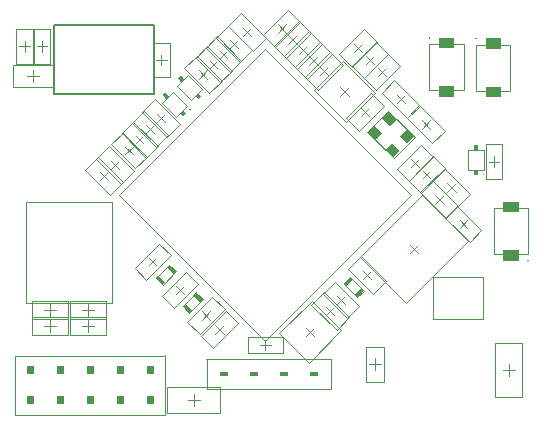
<source format=gbr>
G04*
G04 #@! TF.GenerationSoftware,Altium Limited,Altium Designer,24.0.1 (36)*
G04*
G04 Layer_Color=32768*
%FSLAX25Y25*%
%MOIN*%
G70*
G04*
G04 #@! TF.SameCoordinates,BD3E70BB-0697-4B71-9AF7-6C14A59E7EE9*
G04*
G04*
G04 #@! TF.FilePolarity,Positive*
G04*
G01*
G75*
%ADD15C,0.00600*%
%ADD115C,0.00394*%
%ADD118C,0.00197*%
%ADD119C,0.00200*%
G36*
X163968Y135841D02*
X163968Y135645D01*
X163830Y135507D01*
X163732D01*
X163634Y135507D01*
X163496Y135645D01*
Y135841D01*
X163634Y135979D01*
X163830D01*
X163968Y135841D01*
D02*
G37*
G36*
X179468Y135741D02*
X179468Y135545D01*
X179330Y135407D01*
X179232D01*
X179134Y135407D01*
X178996Y135545D01*
Y135741D01*
X179134Y135879D01*
X179330D01*
X179468Y135741D01*
D02*
G37*
G36*
X172059Y132199D02*
X166941D01*
Y135742D01*
X172059D01*
Y132199D01*
D02*
G37*
G36*
X187559Y132099D02*
X182441D01*
Y135643D01*
X187559D01*
Y132099D01*
D02*
G37*
G36*
X81595Y122397D02*
X81595D01*
X81929Y122063D01*
X81038Y121172D01*
X80732Y121478D01*
X80732Y121478D01*
X79896Y122313D01*
X80787Y123204D01*
X81595Y122397D01*
D02*
G37*
G36*
X89347Y117706D02*
X89347Y117510D01*
X89278Y117441D01*
X89209Y117372D01*
X89013Y117372D01*
X88875Y117510D01*
X88875Y117706D01*
X88944Y117775D01*
X89013Y117844D01*
X89209D01*
X89347Y117706D01*
D02*
G37*
G36*
X172059Y116058D02*
X166941D01*
Y119601D01*
X172059D01*
Y116058D01*
D02*
G37*
G36*
X187559Y115957D02*
X182441D01*
Y119501D01*
X187559D01*
Y115957D01*
D02*
G37*
G36*
X76480Y116712D02*
D01*
X76492Y116699D01*
X76508Y116684D01*
D01*
X76814Y116378D01*
X75923Y115487D01*
X75617Y115793D01*
D01*
X75597Y115813D01*
X75589Y115821D01*
D01*
X74781Y116628D01*
X75672Y117519D01*
X76480Y116712D01*
D02*
G37*
G36*
X86912Y117079D02*
D01*
X87747Y116244D01*
X86856Y115353D01*
X86049Y116161D01*
X86049Y116161D01*
X85715Y116495D01*
X86606Y117386D01*
X86912Y117079D01*
D02*
G37*
G36*
X84094Y112159D02*
X84232Y112021D01*
Y111825D01*
X84163Y111756D01*
X84094Y111687D01*
X83898D01*
X83760Y111825D01*
X83760Y112021D01*
X83829Y112090D01*
X83898Y112159D01*
X84094Y112159D01*
D02*
G37*
G36*
X81825Y111367D02*
D01*
X82632Y110559D01*
X81741Y109669D01*
X80934Y110476D01*
D01*
X80600Y110810D01*
X81491Y111701D01*
X81825Y111367D01*
D02*
G37*
G36*
X152780Y108646D02*
X150553Y106419D01*
X148047Y108924D01*
X150275Y111152D01*
X152780Y108646D01*
D02*
G37*
G36*
X159005Y102760D02*
X159143Y102622D01*
Y102426D01*
X159074Y102357D01*
X159005Y102288D01*
X158809D01*
X158671Y102426D01*
Y102622D01*
X158740Y102691D01*
X158809Y102760D01*
X159005Y102760D01*
D02*
G37*
G36*
X148053Y103918D02*
X145826Y101691D01*
X143320Y104197D01*
X145547Y106424D01*
X148053Y103918D01*
D02*
G37*
G36*
X158626Y102800D02*
X156399Y100573D01*
X153894Y103078D01*
X156121Y105305D01*
X158626Y102800D01*
D02*
G37*
G36*
X179930Y98799D02*
D01*
Y98326D01*
X178670Y98326D01*
X178670Y98759D01*
X178670D01*
Y99940D01*
X179930D01*
X179930Y98799D01*
D02*
G37*
G36*
X153899Y98072D02*
X151672Y95845D01*
X149166Y98351D01*
X151393Y100578D01*
X153899Y98072D01*
D02*
G37*
G36*
X179930Y91240D02*
Y90098D01*
X178670Y90098D01*
Y91279D01*
X178670D01*
X178670Y91712D01*
X179930D01*
Y91240D01*
D02*
G37*
G36*
X182095Y90196D02*
Y90000D01*
X181957Y89862D01*
X181761D01*
X181623Y90000D01*
Y90196D01*
X181761Y90334D01*
X181957D01*
X182095Y90196D01*
D02*
G37*
G36*
X193459Y77599D02*
X188341D01*
Y81142D01*
X193459D01*
Y77599D01*
D02*
G37*
G36*
Y61458D02*
X188341D01*
Y65001D01*
X193459D01*
Y61458D01*
D02*
G37*
G36*
X196904Y61555D02*
Y61359D01*
X196766Y61221D01*
X196570D01*
X196432Y61359D01*
X196432Y61555D01*
X196570Y61693D01*
X196668D01*
X196766Y61693D01*
X196904Y61555D01*
D02*
G37*
G36*
X79232Y57925D02*
X78397Y57089D01*
X76170Y59316D01*
X77005Y60152D01*
X79232Y57925D01*
D02*
G37*
G36*
X74964Y53618D02*
X74964Y53618D01*
D01*
X74964Y53618D01*
D02*
G37*
G36*
X75633Y54286D02*
X74964Y53618D01*
X74964D01*
X74964D01*
X75029Y53548D01*
X75025Y53358D01*
X74890Y53224D01*
X74700Y53220D01*
X74631Y53284D01*
X74566Y53354D01*
X74570Y53544D01*
X74637Y53611D01*
X72570Y55678D01*
X73405Y56513D01*
X75633Y54286D01*
D02*
G37*
G36*
X138211Y55097D02*
X135984Y52870D01*
X135148Y53705D01*
X137375Y55932D01*
X138211Y55097D01*
D02*
G37*
G36*
X141682Y51664D02*
X141682D01*
Y51664D01*
D01*
X141752Y51729D01*
X141942Y51725D01*
X142076Y51590D01*
X142080Y51400D01*
X142016Y51331D01*
X141946Y51266D01*
X141756Y51270D01*
X141689Y51337D01*
X139622Y49270D01*
X138787Y50105D01*
X141014Y52333D01*
X141682Y51664D01*
D02*
G37*
G36*
X86070Y50916D02*
X86134Y50846D01*
X86130Y50656D01*
X86063Y50589D01*
X88130Y48522D01*
X87295Y47687D01*
X85067Y49914D01*
X85736Y50582D01*
Y50582D01*
X85736Y50582D01*
Y50582D01*
D01*
X85671Y50652D01*
X85675Y50842D01*
X85810Y50976D01*
X86000Y50980D01*
X86070Y50916D01*
D02*
G37*
G36*
X84530Y44883D02*
X83695Y44048D01*
X81468Y46275D01*
X82303Y47111D01*
X84530Y44883D01*
D02*
G37*
G36*
X75936Y29941D02*
X75936Y29843D01*
X75936Y29745D01*
X75798Y29607D01*
X75602Y29606D01*
X75464Y29745D01*
X75464Y29842D01*
X75464Y29940D01*
X75602Y30079D01*
X75798Y30079D01*
X75936Y29941D01*
D02*
G37*
G36*
X89665Y28780D02*
X89803Y28641D01*
X89803Y28543D01*
X89803Y28446D01*
X89665Y28307D01*
X89469Y28307D01*
X89331Y28446D01*
X89331Y28544D01*
X89331Y28641D01*
X89469Y28780D01*
X89665Y28780D01*
D02*
G37*
G36*
X71960Y23740D02*
X69440D01*
Y26260D01*
X71960D01*
Y23740D01*
D02*
G37*
G36*
X61960D02*
X59440Y23740D01*
Y26260D01*
X61960D01*
Y23740D01*
D02*
G37*
G36*
X51960D02*
X49440D01*
Y26260D01*
X51960D01*
Y23740D01*
D02*
G37*
G36*
X41960Y23740D02*
X39440Y23740D01*
Y26260D01*
X41960D01*
Y23740D01*
D02*
G37*
G36*
X31960Y23740D02*
X29440D01*
Y26260D01*
X31960D01*
Y23740D01*
D02*
G37*
G36*
X126496Y23031D02*
X123976D01*
Y24213D01*
X126496D01*
Y23031D01*
D02*
G37*
G36*
X116496D02*
X113976D01*
Y24213D01*
X116496D01*
Y23031D01*
D02*
G37*
G36*
X106496D02*
X103976D01*
Y24213D01*
X106496D01*
Y23031D01*
D02*
G37*
G36*
X96496D02*
X93976D01*
Y24213D01*
X96496D01*
Y23031D01*
D02*
G37*
G36*
X71960Y13740D02*
X69440D01*
Y16260D01*
X71960D01*
Y13740D01*
D02*
G37*
G36*
X61960D02*
X59440D01*
Y16260D01*
X61960Y16260D01*
Y13740D01*
D02*
G37*
G36*
X51960D02*
X49440D01*
Y16260D01*
X51960D01*
Y13740D01*
D02*
G37*
G36*
X41960Y16260D02*
Y13740D01*
X39440D01*
Y16260D01*
X41960Y16260D01*
D02*
G37*
G36*
X31960Y13740D02*
X29440D01*
Y16260D01*
X31960D01*
Y13740D01*
D02*
G37*
D15*
X38550Y117142D02*
X45650D01*
X64950D01*
X45650Y139979D02*
X64950Y139979D01*
X38550Y139979D02*
X45650D01*
X38550D02*
X38550Y117142D01*
X64950D02*
X72050D01*
Y139979D01*
X64950Y139979D02*
X72050Y139979D01*
D115*
X97347Y134953D02*
X99853Y132447D01*
X97347D02*
X99853Y134953D01*
X90547Y128153D02*
X93053Y125647D01*
X90547Y125647D02*
X93053Y128153D01*
X129308Y45992D02*
X132092Y43208D01*
X129308Y43208D02*
X132092Y45992D01*
X122608Y36308D02*
X125392Y39092D01*
X122608D02*
X125392Y36308D01*
X92408Y37108D02*
X95192Y39892D01*
X92408D02*
X95192Y37108D01*
X85200Y13131D02*
Y17068D01*
X83232Y15100D02*
X87169D01*
X185300Y92700D02*
Y96243D01*
X183528Y94472D02*
X187072D01*
X157208Y66692D02*
X159992Y63908D01*
X157208Y63908D02*
X159992Y66692D01*
X134008Y119292D02*
X136792Y116508D01*
X134008D02*
X136792Y119292D01*
X165708Y80408D02*
X168492Y83192D01*
X165708Y83192D02*
X168492Y80408D01*
X157705Y92805D02*
X160210Y95310D01*
X157705D02*
X160210Y92805D01*
X161235Y105481D02*
X164019Y108265D01*
X161235Y108265D02*
X164019Y105481D01*
X152781Y113935D02*
X155565Y116719D01*
X152781Y116719D02*
X155565Y113935D01*
X93847Y128947D02*
X96353Y131453D01*
X93847D02*
X96353Y128947D01*
X86942Y124858D02*
X89726Y122074D01*
X86942Y122074D02*
X89726Y124858D01*
X72628Y128400D02*
X76172D01*
X74400Y126628D02*
Y130172D01*
X31700Y121132D02*
Y125068D01*
X29732Y123100D02*
X33669Y123100D01*
X32828Y132872D02*
X36372D01*
X34600Y134643D02*
X34600Y131100D01*
X27028Y132886D02*
X30572D01*
X28800Y131114D02*
Y134658D01*
X49950Y43132D02*
X49950Y47069D01*
X47981Y45100D02*
X51918D01*
X49950Y41668D02*
X49950Y37732D01*
X47981Y39700D02*
X51918D01*
X37300Y37732D02*
Y41668D01*
X35331Y39700D02*
X39268D01*
X37300Y43132D02*
Y47069D01*
X35331Y45100D02*
X39268D01*
X145500Y24931D02*
Y28868D01*
X143532Y26900D02*
X147468D01*
X188232Y25000D02*
X192168D01*
X190200Y23031D02*
Y26969D01*
X173805Y74995D02*
X176310Y72490D01*
X173805D02*
X176310Y74995D01*
X161547Y88947D02*
X164053Y91453D01*
X161547D02*
X164053Y88947D01*
X169708Y87192D02*
X172492Y84408D01*
X169708Y84408D02*
X172492Y87192D01*
X140835Y112419D02*
X143619Y109635D01*
X140835D02*
X143619Y112419D01*
X142747Y127147D02*
X145253Y129653D01*
X142747D02*
X145253Y127147D01*
X87908Y44592D02*
X90692Y41808D01*
X87908D02*
X90692Y44592D01*
X107328Y33400D02*
X110872D01*
X109100Y31628D02*
Y35172D01*
X132947Y49553D02*
X135453Y47047D01*
X132947D02*
X135453Y49553D01*
X79347Y50447D02*
X81853Y52953D01*
X79347D02*
X81853Y50447D01*
X70247Y59847D02*
X72753Y62353D01*
X70247D02*
X72753Y59847D01*
X141608Y55208D02*
X144392Y57992D01*
X141608Y57992D02*
X144392Y55208D01*
X101508Y136308D02*
X104292Y139092D01*
X101508Y139092D02*
X104292Y136308D01*
X62381Y96914D02*
X64886Y99419D01*
X62381D02*
X64886Y96914D01*
X72911Y110389D02*
X75695Y107605D01*
X72911Y107605D02*
X75695Y110389D01*
X65881Y100514D02*
X68387Y103019D01*
X65881D02*
X68386Y100514D01*
X69381Y104014D02*
X71886Y106519D01*
X69381D02*
X71886Y104014D01*
X138608Y133792D02*
X141392Y131008D01*
X138608D02*
X141392Y133792D01*
X146747Y123147D02*
X149253Y125653D01*
X146747D02*
X149253Y123147D01*
X116681Y133781D02*
X119465Y136565D01*
X116681D02*
X119465Y133781D01*
X113108Y137408D02*
X115892Y140192D01*
X113108D02*
X115892Y137408D01*
X120181Y130281D02*
X122965Y133065D01*
X120181D02*
X122965Y130281D01*
X127208Y126092D02*
X129992Y123308D01*
X127208D02*
X129992Y126092D01*
X123708Y126808D02*
X126492Y129592D01*
X123708D02*
X126492Y126808D01*
X57508Y92008D02*
X60292Y94792D01*
X57508Y94792D02*
X60292Y92008D01*
X53808Y88208D02*
X56592Y90992D01*
X53808Y90992D02*
X56592Y88208D01*
D118*
X100688Y127715D02*
X104585Y131612D01*
X92615Y135788D02*
X96512Y139685D01*
X92615Y135788D02*
X100688Y127715D01*
X96512Y139685D02*
X104585Y131612D01*
X93888Y120915D02*
X97785Y124812D01*
X85815Y128988D02*
X89712Y132885D01*
X85815Y128988D02*
X93888Y120915D01*
X89712Y132885D02*
X97785Y124812D01*
X132788Y38336D02*
X136964Y42512D01*
X124436Y46688D02*
X128612Y50864D01*
X124436Y46688D02*
X132788Y38336D01*
X128612Y50864D02*
X136964Y42512D01*
X124487Y47931D02*
X134231Y38187D01*
X113769Y37213D02*
X123513Y27469D01*
X134231Y38187D01*
X113769Y37213D02*
X124487Y47931D01*
X109000Y34821D02*
X157579Y83400D01*
X60421D02*
X109000Y34821D01*
X60421Y83400D02*
X109000Y131979D01*
X157579Y83400D01*
X181468Y42112D02*
Y56088D01*
X164932D02*
X181468D01*
X164932Y42112D02*
Y56088D01*
Y42112D02*
X181468D01*
X29407Y47269D02*
Y80931D01*
X57793Y80931D01*
Y47269D02*
Y80931D01*
X29407Y47269D02*
X57793D01*
X87536Y36412D02*
X91712Y32236D01*
X95888Y44764D02*
X100064Y40588D01*
X87536Y36412D02*
X95888Y44764D01*
X91712Y32236D02*
X100064Y40588D01*
X76342Y10769D02*
X94058D01*
X76342Y19431D02*
X94058D01*
Y10769D02*
Y19431D01*
X76342Y10769D02*
Y19431D01*
X182544Y88763D02*
X188056D01*
X182544Y100180D02*
X188056D01*
X182544Y88763D02*
Y100180D01*
X188056Y88763D02*
Y100180D01*
X155955Y47344D02*
X176556Y67945D01*
X140644Y62655D02*
X161245Y83256D01*
X176556Y67945D01*
X140644Y62655D02*
X155955Y47344D01*
X125169Y118387D02*
X134913Y128131D01*
X135887Y107669D02*
X145631Y117413D01*
X134913Y128131D02*
X145631Y117413D01*
X125169Y118387D02*
X135887Y107669D01*
X165012Y88064D02*
X173364Y79712D01*
X160836Y83888D02*
X169188Y75536D01*
X160836Y83888D02*
X165012Y88064D01*
X169188Y75536D02*
X173364Y79712D01*
X152972Y91970D02*
X156870Y88072D01*
X161045Y100043D02*
X164943Y96145D01*
X152972Y91970D02*
X161045Y100043D01*
X156870Y88072D02*
X164943Y96145D01*
X156363Y108961D02*
X164715Y100609D01*
X160539Y113137D02*
X168891Y104785D01*
X164715Y100609D02*
X168891Y104785D01*
X156363Y108961D02*
X160539Y113137D01*
X147909Y117415D02*
X156261Y109063D01*
X152085Y121591D02*
X160437Y113239D01*
X156261Y109063D02*
X160437Y113239D01*
X147909Y117415D02*
X152085Y121591D01*
X93012Y136185D02*
X101085Y128112D01*
X89115Y132288D02*
X97188Y124215D01*
X89115Y132288D02*
X93012Y136185D01*
X97188Y124215D02*
X101085Y128112D01*
X82070Y125554D02*
X86246Y129730D01*
X90422Y117203D02*
X94597Y121378D01*
X86246Y129730D02*
X94597Y121378D01*
X82070Y125554D02*
X90422Y117203D01*
X71644Y122691D02*
X71644Y134109D01*
X77156Y134109D02*
X77156Y122691D01*
X71644Y122691D02*
X77156Y122691D01*
X71644Y134109D02*
X77156Y134109D01*
X25007Y126840D02*
X38393D01*
X25007Y119360D02*
X38393Y119360D01*
X25007Y126840D02*
X25007Y119360D01*
X38393Y119360D02*
Y126840D01*
X37356Y127163D02*
X37356Y138580D01*
X31844Y127163D02*
X31844Y138580D01*
X37356D01*
X31844Y127163D02*
X37356D01*
X31556Y127177D02*
Y138594D01*
X26044Y127177D02*
Y138594D01*
X31556D01*
X26044Y127177D02*
X31556D01*
X44044Y48053D02*
X55855D01*
X44044Y42147D02*
X55855D01*
X44044D02*
X44044Y48053D01*
X55855Y42147D02*
Y48053D01*
X44044Y42653D02*
X55855D01*
X44044Y36747D02*
X55855D01*
X44044D02*
Y42653D01*
X55855Y36747D02*
Y42653D01*
X31394Y36747D02*
X43205D01*
X31394Y42653D02*
X43205D01*
Y36747D02*
Y42653D01*
X31394Y36747D02*
Y42653D01*
Y42147D02*
X43205D01*
X31394Y48053D02*
X43205D01*
X43205Y42147D02*
X43205Y48053D01*
X31394Y42147D02*
X31394Y48053D01*
X142547Y20994D02*
X148453D01*
X142547Y32805D02*
X148453Y32805D01*
X142547Y20994D02*
Y32805D01*
X148453Y20994D02*
Y32805D01*
X194728Y15945D02*
Y34055D01*
X185672Y15945D02*
Y34055D01*
X194728D01*
X185672Y15945D02*
X194728D01*
X177145Y67757D02*
X181043Y71655D01*
X169072Y75830D02*
X172970Y79728D01*
X169072Y75830D02*
X177145Y67757D01*
X172970Y79728D02*
X181043Y71655D01*
X156815Y88112D02*
X160712Y84215D01*
X164888Y96185D02*
X168785Y92288D01*
X156815Y88112D02*
X164888Y96185D01*
X160712Y84215D02*
X168785Y92288D01*
X173188Y79536D02*
X177364Y83712D01*
X164836Y87888D02*
X169012Y92064D01*
X164836Y87888D02*
X173188Y79536D01*
X169012Y92064D02*
X177364Y83712D01*
X135963Y108939D02*
X144315Y117291D01*
X140139Y104763D02*
X148491Y113115D01*
X135963Y108939D02*
X140139Y104763D01*
X144315Y117291D02*
X148491Y113115D01*
X146088Y134385D02*
X149985Y130488D01*
X138015Y126312D02*
X141912Y122415D01*
X149985Y130488D01*
X138015Y126312D02*
X146088Y134385D01*
X83036Y41112D02*
X91388Y49464D01*
X87212Y36936D02*
X95564Y45288D01*
X83036Y41112D02*
X87212Y36936D01*
X91388Y49464D02*
X95564Y45288D01*
X114809Y30644D02*
Y36156D01*
X103391Y30644D02*
Y36156D01*
Y30644D02*
X114809D01*
X103391Y36156D02*
X114809D01*
X136288Y42315D02*
X140185Y46212D01*
X128215Y50388D02*
X132112Y54285D01*
X128215Y50388D02*
X136288Y42315D01*
X132112Y54285D02*
X140185Y46212D01*
X82688Y57685D02*
X86585Y53788D01*
X74615Y49612D02*
X78512Y45715D01*
X86585Y53788D01*
X74615Y49612D02*
X82688Y57685D01*
X65515Y59012D02*
X69412Y55115D01*
X73588Y67085D02*
X77485Y63188D01*
X65515Y59012D02*
X73588Y67085D01*
X69412Y55115D02*
X77485Y63188D01*
X136736Y58688D02*
X145088Y50336D01*
X140912Y62864D02*
X149264Y54512D01*
X145088Y50336D02*
X149264Y54512D01*
X136736Y58688D02*
X140912Y62864D01*
X96636Y139788D02*
X104988Y131436D01*
X100812Y143964D02*
X109164Y135612D01*
X104988Y131436D02*
X109164Y135612D01*
X96636Y139788D02*
X100812Y143964D01*
X61546Y104152D02*
X69619Y96078D01*
X57648Y100254D02*
X65722Y92181D01*
X57648Y100254D02*
X61546Y104152D01*
X65722Y92181D02*
X69619Y96078D01*
X68040Y111085D02*
X72215Y115260D01*
X76391Y102733D02*
X80567Y106909D01*
X72215Y115260D02*
X80567Y106909D01*
X68040Y111085D02*
X76391Y102733D01*
X65046Y107752D02*
X73119Y99678D01*
X61148Y103854D02*
X69222Y95781D01*
X61148Y103854D02*
X65046Y107752D01*
X69222Y95781D02*
X73119Y99678D01*
X68546Y111252D02*
X76619Y103178D01*
X64648Y107354D02*
X72722Y99281D01*
X64648Y107354D02*
X68546Y111252D01*
X72722Y99281D02*
X76619Y103178D01*
X133736Y130312D02*
X142088Y138664D01*
X137912Y126136D02*
X146264Y134488D01*
X133736Y130312D02*
X137912Y126136D01*
X142088Y138664D02*
X146264Y134488D01*
X142015Y122312D02*
X145912Y118415D01*
X150088Y130385D02*
X153985Y126488D01*
X142015Y122312D02*
X150088Y130385D01*
X145912Y118415D02*
X153985Y126488D01*
X120161Y141437D02*
X124337Y137261D01*
X111809Y133085D02*
X115985Y128909D01*
X124337Y137261D01*
X111809Y133085D02*
X120161Y141437D01*
X116588Y145064D02*
X120764Y140888D01*
X108236Y136712D02*
X112412Y132536D01*
X120764Y140888D01*
X108236Y136712D02*
X116588Y145064D01*
X123661Y137937D02*
X127837Y133761D01*
X115309Y129585D02*
X119485Y125409D01*
X127837Y133761D01*
X115309Y129585D02*
X123661Y137937D01*
X122336Y122612D02*
X130688Y130964D01*
X126512Y118436D02*
X134864Y126788D01*
X122336Y122612D02*
X126512Y118436D01*
X130688Y130964D02*
X134864Y126788D01*
X127188Y134464D02*
X131364Y130288D01*
X118836Y126112D02*
X123012Y121936D01*
X131364Y130288D01*
X118836Y126112D02*
X127188Y134464D01*
X56812Y99664D02*
X65164Y91312D01*
X52636Y95488D02*
X60988Y87136D01*
X52636Y95488D02*
X56812Y99664D01*
X60988Y87136D02*
X65164Y91312D01*
X48936Y91688D02*
X57288Y83336D01*
X53112Y95864D02*
X61464Y87512D01*
X57288Y83336D02*
X61464Y87512D01*
X48936Y91688D02*
X53112Y95864D01*
D119*
X163732Y118223D02*
Y133577D01*
Y118223D02*
X175268D01*
Y133577D01*
X163732D02*
X175268D01*
X179232Y118123D02*
Y133477D01*
Y118123D02*
X190768D01*
Y133477D01*
X179232D02*
X190768D01*
X196668Y63623D02*
Y78977D01*
X185132D02*
X196668D01*
X185132Y63623D02*
Y78977D01*
Y63623D02*
X196668D01*
X25700Y29842D02*
X75700D01*
X25700Y10158D02*
Y29842D01*
Y10158D02*
X75700D01*
Y29842D01*
X176741Y98365D02*
X181859D01*
Y91673D02*
Y98365D01*
X176741Y91673D02*
X181859D01*
X176741D02*
Y98365D01*
X151947Y95564D02*
X158907Y102524D01*
X143039Y104472D02*
X151947Y95564D01*
X143039Y104472D02*
X149999Y111432D01*
X158907Y102524D01*
X79646Y119835D02*
X84378Y115103D01*
X87997Y118722D01*
X83265Y123454D02*
X87997Y118722D01*
X79646Y119835D02*
X83265Y123454D01*
X89567Y18701D02*
Y28543D01*
X130905D01*
Y18701D02*
Y28543D01*
X89567Y18701D02*
X130905D01*
X139612Y49261D02*
X141840Y51488D01*
X135158Y53715D02*
X139612Y49261D01*
X135158Y53715D02*
X137385Y55942D01*
X141840Y51488D01*
X72561Y55688D02*
X74788Y53461D01*
X72561Y55688D02*
X77015Y60142D01*
X79242Y57915D01*
X74788Y53461D02*
X79242Y57915D01*
X85912Y50739D02*
X88139Y48512D01*
X83685Y44058D02*
X88139Y48512D01*
X81458Y46285D02*
X83685Y44058D01*
X81458Y46285D02*
X85912Y50739D01*
X74531Y114150D02*
X79263Y109418D01*
X82882Y113037D01*
X78150Y117769D02*
X82882Y113037D01*
X74531Y114150D02*
X78150Y117769D01*
M02*

</source>
